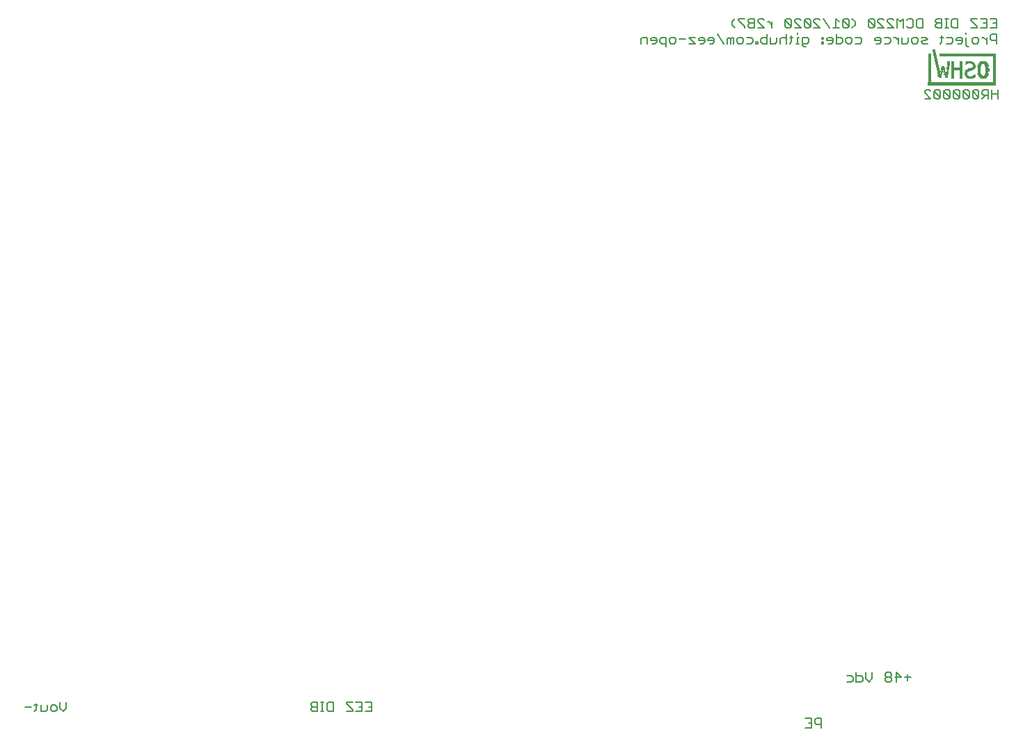
<source format=gbo>
G75*
%MOIN*%
%OFA0B0*%
%FSLAX25Y25*%
%IPPOS*%
%LPD*%
%AMOC8*
5,1,8,0,0,1.08239X$1,22.5*
%
%ADD10C,0.00500*%
%ADD11R,0.32700X0.00300*%
%ADD12R,0.01500X0.00300*%
%ADD13R,0.02700X0.00300*%
%ADD14R,0.03000X0.00300*%
%ADD15R,0.03600X0.00300*%
%ADD16R,0.04200X0.00300*%
%ADD17R,0.04800X0.00300*%
%ADD18R,0.04500X0.00300*%
%ADD19R,0.02100X0.00300*%
%ADD20R,0.01800X0.00300*%
%ADD21R,0.01200X0.00300*%
%ADD22R,0.00600X0.00300*%
%ADD23R,0.00900X0.00300*%
%ADD24R,0.02400X0.00300*%
%ADD25R,0.03300X0.00300*%
%ADD26R,0.05400X0.00300*%
%ADD27R,0.03900X0.00300*%
%ADD28R,0.27000X0.00300*%
%ADD29C,0.00600*%
D10*
X0316824Y0060285D02*
X0319826Y0060285D01*
X0321394Y0061036D02*
X0322896Y0061036D01*
X0322145Y0061787D02*
X0322145Y0058784D01*
X0321394Y0058033D01*
X0324497Y0058033D02*
X0324497Y0061036D01*
X0327499Y0061036D02*
X0327499Y0058784D01*
X0326749Y0058033D01*
X0324497Y0058033D01*
X0329101Y0058784D02*
X0329101Y0060285D01*
X0329852Y0061036D01*
X0331353Y0061036D01*
X0332103Y0060285D01*
X0332103Y0058784D01*
X0331353Y0058033D01*
X0329852Y0058033D01*
X0329101Y0058784D01*
X0333705Y0059535D02*
X0333705Y0062537D01*
X0333705Y0059535D02*
X0335206Y0058033D01*
X0336707Y0059535D01*
X0336707Y0062537D01*
X0453866Y0061787D02*
X0453866Y0061036D01*
X0454617Y0060285D01*
X0456868Y0060285D01*
X0454617Y0060285D02*
X0453866Y0059535D01*
X0453866Y0058784D01*
X0454617Y0058033D01*
X0456868Y0058033D01*
X0456868Y0062537D01*
X0454617Y0062537D01*
X0453866Y0061787D01*
X0458436Y0062537D02*
X0459938Y0062537D01*
X0459187Y0062537D02*
X0459187Y0058033D01*
X0459938Y0058033D02*
X0458436Y0058033D01*
X0461539Y0058784D02*
X0461539Y0061787D01*
X0462290Y0062537D01*
X0464542Y0062537D01*
X0464542Y0058033D01*
X0462290Y0058033D01*
X0461539Y0058784D01*
X0470747Y0058033D02*
X0473749Y0058033D01*
X0473749Y0058784D01*
X0470747Y0061787D01*
X0470747Y0062537D01*
X0473749Y0062537D01*
X0475351Y0062537D02*
X0478353Y0062537D01*
X0478353Y0058033D01*
X0475351Y0058033D01*
X0476852Y0060285D02*
X0478353Y0060285D01*
X0479955Y0058033D02*
X0482957Y0058033D01*
X0482957Y0062537D01*
X0479955Y0062537D01*
X0481456Y0060285D02*
X0482957Y0060285D01*
X0690601Y0054787D02*
X0693603Y0054787D01*
X0693603Y0050283D01*
X0690601Y0050283D01*
X0692102Y0052535D02*
X0693603Y0052535D01*
X0695205Y0052535D02*
X0695955Y0051785D01*
X0698207Y0051785D01*
X0698207Y0050283D02*
X0698207Y0054787D01*
X0695955Y0054787D01*
X0695205Y0054037D01*
X0695205Y0052535D01*
X0710465Y0072268D02*
X0712717Y0072268D01*
X0713468Y0073018D01*
X0713468Y0074520D01*
X0712717Y0075270D01*
X0710465Y0075270D01*
X0715069Y0075270D02*
X0717321Y0075270D01*
X0718072Y0074520D01*
X0718072Y0073018D01*
X0717321Y0072268D01*
X0715069Y0072268D01*
X0715069Y0076772D01*
X0719673Y0076772D02*
X0719673Y0073769D01*
X0721174Y0072268D01*
X0722676Y0073769D01*
X0722676Y0076772D01*
X0728881Y0076021D02*
X0728881Y0075270D01*
X0729631Y0074520D01*
X0731133Y0074520D01*
X0731883Y0075270D01*
X0731883Y0076021D01*
X0731133Y0076772D01*
X0729631Y0076772D01*
X0728881Y0076021D01*
X0729631Y0074520D02*
X0728881Y0073769D01*
X0728881Y0073018D01*
X0729631Y0072268D01*
X0731133Y0072268D01*
X0731883Y0073018D01*
X0731883Y0073769D01*
X0731133Y0074520D01*
X0733485Y0074520D02*
X0736487Y0074520D01*
X0734235Y0076772D01*
X0734235Y0072268D01*
X0738089Y0074520D02*
X0741091Y0074520D01*
X0739590Y0076021D02*
X0739590Y0073018D01*
X0768296Y0376516D02*
X0767545Y0377267D01*
X0767545Y0381020D01*
X0767545Y0382522D02*
X0767545Y0383272D01*
X0765227Y0381020D02*
X0763726Y0381020D01*
X0762975Y0380270D01*
X0762975Y0379519D01*
X0765977Y0379519D01*
X0765977Y0378768D02*
X0765977Y0380270D01*
X0765227Y0381020D01*
X0765977Y0378768D02*
X0765227Y0378018D01*
X0763726Y0378018D01*
X0761374Y0378768D02*
X0761374Y0380270D01*
X0760623Y0381020D01*
X0758371Y0381020D01*
X0756770Y0381020D02*
X0755268Y0381020D01*
X0756019Y0381771D02*
X0756019Y0378768D01*
X0755268Y0378018D01*
X0758371Y0378018D02*
X0760623Y0378018D01*
X0761374Y0378768D01*
X0768296Y0376516D02*
X0769047Y0376516D01*
X0770648Y0378768D02*
X0770648Y0380270D01*
X0771399Y0381020D01*
X0772900Y0381020D01*
X0773651Y0380270D01*
X0773651Y0378768D01*
X0772900Y0378018D01*
X0771399Y0378018D01*
X0770648Y0378768D01*
X0775235Y0381020D02*
X0775986Y0381020D01*
X0777487Y0379519D01*
X0777487Y0378018D02*
X0777487Y0381020D01*
X0779089Y0380270D02*
X0779839Y0379519D01*
X0782091Y0379519D01*
X0782091Y0378018D02*
X0782091Y0382522D01*
X0779839Y0382522D01*
X0779089Y0381771D01*
X0779089Y0380270D01*
X0779089Y0385518D02*
X0782091Y0385518D01*
X0782091Y0390022D01*
X0779089Y0390022D01*
X0777487Y0390022D02*
X0777487Y0385518D01*
X0774485Y0385518D01*
X0772883Y0385518D02*
X0769881Y0385518D01*
X0772883Y0385518D02*
X0772883Y0386268D01*
X0769881Y0389271D01*
X0769881Y0390022D01*
X0772883Y0390022D01*
X0774485Y0390022D02*
X0777487Y0390022D01*
X0777487Y0387770D02*
X0775986Y0387770D01*
X0780590Y0387770D02*
X0782091Y0387770D01*
X0763676Y0390022D02*
X0763676Y0385518D01*
X0761424Y0385518D01*
X0760673Y0386268D01*
X0760673Y0389271D01*
X0761424Y0390022D01*
X0763676Y0390022D01*
X0759072Y0390022D02*
X0757570Y0390022D01*
X0758321Y0390022D02*
X0758321Y0385518D01*
X0759072Y0385518D02*
X0757570Y0385518D01*
X0756002Y0385518D02*
X0753750Y0385518D01*
X0753000Y0386268D01*
X0753000Y0387019D01*
X0753750Y0387770D01*
X0756002Y0387770D01*
X0756002Y0385518D02*
X0756002Y0390022D01*
X0753750Y0390022D01*
X0753000Y0389271D01*
X0753000Y0388520D01*
X0753750Y0387770D01*
X0746794Y0390022D02*
X0746794Y0385518D01*
X0744543Y0385518D01*
X0743792Y0386268D01*
X0743792Y0389271D01*
X0744543Y0390022D01*
X0746794Y0390022D01*
X0742191Y0389271D02*
X0742191Y0386268D01*
X0741440Y0385518D01*
X0739939Y0385518D01*
X0739188Y0386268D01*
X0737587Y0385518D02*
X0737587Y0390022D01*
X0736085Y0388520D01*
X0734584Y0390022D01*
X0734584Y0385518D01*
X0732983Y0385518D02*
X0729980Y0388520D01*
X0729980Y0389271D01*
X0730731Y0390022D01*
X0732232Y0390022D01*
X0732983Y0389271D01*
X0732983Y0385518D02*
X0729980Y0385518D01*
X0728379Y0385518D02*
X0725376Y0388520D01*
X0725376Y0389271D01*
X0726127Y0390022D01*
X0727628Y0390022D01*
X0728379Y0389271D01*
X0728379Y0385518D02*
X0725376Y0385518D01*
X0723775Y0386268D02*
X0720772Y0389271D01*
X0720772Y0386268D01*
X0721523Y0385518D01*
X0723024Y0385518D01*
X0723775Y0386268D01*
X0723775Y0389271D01*
X0723024Y0390022D01*
X0721523Y0390022D01*
X0720772Y0389271D01*
X0714567Y0388520D02*
X0713066Y0390022D01*
X0711498Y0389271D02*
X0710747Y0390022D01*
X0709246Y0390022D01*
X0708495Y0389271D01*
X0711498Y0386268D01*
X0710747Y0385518D01*
X0709246Y0385518D01*
X0708495Y0386268D01*
X0708495Y0389271D01*
X0706894Y0388520D02*
X0705392Y0390022D01*
X0705392Y0385518D01*
X0703891Y0385518D02*
X0706894Y0385518D01*
X0705426Y0382522D02*
X0705426Y0378018D01*
X0707678Y0378018D01*
X0708428Y0378768D01*
X0708428Y0380270D01*
X0707678Y0381020D01*
X0705426Y0381020D01*
X0703824Y0380270D02*
X0703824Y0378768D01*
X0703074Y0378018D01*
X0701573Y0378018D01*
X0700822Y0379519D02*
X0703824Y0379519D01*
X0703824Y0380270D02*
X0703074Y0381020D01*
X0701573Y0381020D01*
X0700822Y0380270D01*
X0700822Y0379519D01*
X0699221Y0378768D02*
X0699221Y0378018D01*
X0698470Y0378018D01*
X0698470Y0378768D01*
X0699221Y0378768D01*
X0699221Y0380270D02*
X0699221Y0381020D01*
X0698470Y0381020D01*
X0698470Y0380270D01*
X0699221Y0380270D01*
X0697686Y0385518D02*
X0694683Y0385518D01*
X0693082Y0386268D02*
X0690079Y0389271D01*
X0690079Y0386268D01*
X0690830Y0385518D01*
X0692331Y0385518D01*
X0693082Y0386268D01*
X0693082Y0389271D01*
X0692331Y0390022D01*
X0690830Y0390022D01*
X0690079Y0389271D01*
X0688478Y0389271D02*
X0687727Y0390022D01*
X0686226Y0390022D01*
X0685476Y0389271D01*
X0685476Y0388520D01*
X0688478Y0385518D01*
X0685476Y0385518D01*
X0683874Y0386268D02*
X0680872Y0389271D01*
X0680872Y0386268D01*
X0681622Y0385518D01*
X0683124Y0385518D01*
X0683874Y0386268D01*
X0683874Y0389271D01*
X0683124Y0390022D01*
X0681622Y0390022D01*
X0680872Y0389271D01*
X0674666Y0388520D02*
X0674666Y0385518D01*
X0674666Y0387019D02*
X0673165Y0388520D01*
X0672414Y0388520D01*
X0670830Y0389271D02*
X0670079Y0390022D01*
X0668578Y0390022D01*
X0667827Y0389271D01*
X0667827Y0388520D01*
X0670830Y0385518D01*
X0667827Y0385518D01*
X0666226Y0385518D02*
X0663974Y0385518D01*
X0663223Y0386268D01*
X0663223Y0387019D01*
X0663974Y0387770D01*
X0666226Y0387770D01*
X0666226Y0385518D02*
X0666226Y0390022D01*
X0663974Y0390022D01*
X0663223Y0389271D01*
X0663223Y0388520D01*
X0663974Y0387770D01*
X0661622Y0386268D02*
X0661622Y0385518D01*
X0661622Y0386268D02*
X0658619Y0389271D01*
X0658619Y0390022D01*
X0661622Y0390022D01*
X0657018Y0390022D02*
X0655517Y0388520D01*
X0655517Y0387019D01*
X0657018Y0385518D01*
X0656251Y0381020D02*
X0655500Y0381020D01*
X0654749Y0380270D01*
X0653999Y0381020D01*
X0653248Y0380270D01*
X0653248Y0378018D01*
X0654749Y0378018D02*
X0654749Y0380270D01*
X0656251Y0381020D02*
X0656251Y0378018D01*
X0657852Y0378768D02*
X0657852Y0380270D01*
X0658603Y0381020D01*
X0660104Y0381020D01*
X0660855Y0380270D01*
X0660855Y0378768D01*
X0660104Y0378018D01*
X0658603Y0378018D01*
X0657852Y0378768D01*
X0662456Y0378018D02*
X0664708Y0378018D01*
X0665458Y0378768D01*
X0665458Y0380270D01*
X0664708Y0381020D01*
X0662456Y0381020D01*
X0667010Y0378768D02*
X0667010Y0378018D01*
X0667760Y0378018D01*
X0667760Y0378768D01*
X0667010Y0378768D01*
X0669362Y0378768D02*
X0669362Y0380270D01*
X0670112Y0381020D01*
X0672364Y0381020D01*
X0672364Y0382522D02*
X0672364Y0378018D01*
X0670112Y0378018D01*
X0669362Y0378768D01*
X0673966Y0378018D02*
X0673966Y0381020D01*
X0676968Y0381020D02*
X0676968Y0378768D01*
X0676218Y0378018D01*
X0673966Y0378018D01*
X0678570Y0378018D02*
X0678570Y0380270D01*
X0679320Y0381020D01*
X0680822Y0381020D01*
X0681572Y0380270D01*
X0683140Y0381020D02*
X0684641Y0381020D01*
X0683891Y0381771D02*
X0683891Y0378768D01*
X0683140Y0378018D01*
X0681572Y0378018D02*
X0681572Y0382522D01*
X0686960Y0382522D02*
X0686960Y0383272D01*
X0686960Y0381020D02*
X0686960Y0378018D01*
X0687711Y0378018D02*
X0686209Y0378018D01*
X0686960Y0381020D02*
X0687711Y0381020D01*
X0689312Y0381020D02*
X0689312Y0377267D01*
X0690063Y0376516D01*
X0690813Y0376516D01*
X0691564Y0378018D02*
X0689312Y0378018D01*
X0691564Y0378018D02*
X0692315Y0378768D01*
X0692315Y0380270D01*
X0691564Y0381020D01*
X0689312Y0381020D01*
X0694683Y0388520D02*
X0697686Y0385518D01*
X0697686Y0389271D02*
X0696935Y0390022D01*
X0695434Y0390022D01*
X0694683Y0389271D01*
X0694683Y0388520D01*
X0699287Y0390022D02*
X0702290Y0385518D01*
X0711498Y0386268D02*
X0711498Y0389271D01*
X0714567Y0388520D02*
X0714567Y0387019D01*
X0713066Y0385518D01*
X0712282Y0381020D02*
X0713032Y0380270D01*
X0713032Y0378768D01*
X0712282Y0378018D01*
X0710780Y0378018D01*
X0710030Y0378768D01*
X0710030Y0380270D01*
X0710780Y0381020D01*
X0712282Y0381020D01*
X0714634Y0381020D02*
X0716886Y0381020D01*
X0717636Y0380270D01*
X0717636Y0378768D01*
X0716886Y0378018D01*
X0714634Y0378018D01*
X0723842Y0379519D02*
X0723842Y0380270D01*
X0724592Y0381020D01*
X0726093Y0381020D01*
X0726844Y0380270D01*
X0726844Y0378768D01*
X0726093Y0378018D01*
X0724592Y0378018D01*
X0723842Y0379519D02*
X0726844Y0379519D01*
X0728445Y0378018D02*
X0730697Y0378018D01*
X0731448Y0378768D01*
X0731448Y0380270D01*
X0730697Y0381020D01*
X0728445Y0381020D01*
X0733033Y0381020D02*
X0733783Y0381020D01*
X0735285Y0379519D01*
X0735285Y0378018D02*
X0735285Y0381020D01*
X0736886Y0381020D02*
X0736886Y0378018D01*
X0739138Y0378018D01*
X0739889Y0378768D01*
X0739889Y0381020D01*
X0741490Y0380270D02*
X0742241Y0381020D01*
X0743742Y0381020D01*
X0744492Y0380270D01*
X0744492Y0378768D01*
X0743742Y0378018D01*
X0742241Y0378018D01*
X0741490Y0378768D01*
X0741490Y0380270D01*
X0746094Y0381020D02*
X0748346Y0381020D01*
X0749096Y0380270D01*
X0748346Y0379519D01*
X0746845Y0379519D01*
X0746094Y0378768D01*
X0746845Y0378018D01*
X0749096Y0378018D01*
X0742191Y0389271D02*
X0741440Y0390022D01*
X0739939Y0390022D01*
X0739188Y0389271D01*
X0651647Y0378018D02*
X0648644Y0382522D01*
X0647043Y0380270D02*
X0647043Y0378768D01*
X0646292Y0378018D01*
X0644791Y0378018D01*
X0644040Y0379519D02*
X0647043Y0379519D01*
X0647043Y0380270D02*
X0646292Y0381020D01*
X0644791Y0381020D01*
X0644040Y0380270D01*
X0644040Y0379519D01*
X0642439Y0379519D02*
X0639436Y0379519D01*
X0639436Y0380270D01*
X0640187Y0381020D01*
X0641688Y0381020D01*
X0642439Y0380270D01*
X0642439Y0378768D01*
X0641688Y0378018D01*
X0640187Y0378018D01*
X0637835Y0378018D02*
X0634832Y0381020D01*
X0637835Y0381020D01*
X0637835Y0378018D02*
X0634832Y0378018D01*
X0633231Y0380270D02*
X0630228Y0380270D01*
X0628627Y0380270D02*
X0628627Y0378768D01*
X0627876Y0378018D01*
X0626375Y0378018D01*
X0625625Y0378768D01*
X0625625Y0380270D01*
X0626375Y0381020D01*
X0627876Y0381020D01*
X0628627Y0380270D01*
X0624023Y0381020D02*
X0621771Y0381020D01*
X0621021Y0380270D01*
X0621021Y0378768D01*
X0621771Y0378018D01*
X0624023Y0378018D01*
X0624023Y0376516D02*
X0624023Y0381020D01*
X0619419Y0380270D02*
X0619419Y0378768D01*
X0618669Y0378018D01*
X0617167Y0378018D01*
X0616417Y0379519D02*
X0619419Y0379519D01*
X0619419Y0380270D02*
X0618669Y0381020D01*
X0617167Y0381020D01*
X0616417Y0380270D01*
X0616417Y0379519D01*
X0614815Y0381020D02*
X0612563Y0381020D01*
X0611813Y0380270D01*
X0611813Y0378018D01*
X0614815Y0378018D02*
X0614815Y0381020D01*
D11*
X0765707Y0359133D03*
X0765707Y0358833D03*
X0765707Y0358533D03*
X0765707Y0358233D03*
X0765707Y0357933D03*
D12*
X0765107Y0361233D03*
X0765107Y0361533D03*
X0765107Y0361833D03*
X0765107Y0362133D03*
X0765107Y0362433D03*
X0765107Y0362733D03*
X0765107Y0363033D03*
X0765107Y0363333D03*
X0765107Y0363633D03*
X0765107Y0363933D03*
X0765107Y0364233D03*
X0765107Y0364533D03*
X0765107Y0364833D03*
X0765107Y0366333D03*
X0765107Y0366633D03*
X0765107Y0366933D03*
X0765107Y0367233D03*
X0765107Y0367533D03*
X0765107Y0367833D03*
X0765107Y0368133D03*
X0765107Y0368433D03*
X0765107Y0368733D03*
X0765107Y0369033D03*
X0761207Y0369033D03*
X0761207Y0368733D03*
X0761207Y0368433D03*
X0761207Y0368133D03*
X0761207Y0367833D03*
X0761207Y0367533D03*
X0761207Y0367233D03*
X0761207Y0366933D03*
X0761207Y0366633D03*
X0761207Y0366333D03*
X0761207Y0364833D03*
X0761207Y0364533D03*
X0761207Y0364233D03*
X0761207Y0363933D03*
X0761207Y0363633D03*
X0761207Y0363333D03*
X0761207Y0363033D03*
X0761207Y0362733D03*
X0761207Y0362433D03*
X0761207Y0362133D03*
X0761207Y0361833D03*
X0761207Y0361533D03*
X0761207Y0361233D03*
X0758207Y0361533D03*
X0758207Y0361833D03*
X0758207Y0362133D03*
X0758207Y0362433D03*
X0755207Y0361833D03*
X0755207Y0361533D03*
X0756707Y0366333D03*
X0756707Y0366633D03*
X0756707Y0366933D03*
X0753707Y0367833D03*
X0750107Y0367833D03*
X0750107Y0367533D03*
X0750107Y0367233D03*
X0750107Y0366933D03*
X0750107Y0366633D03*
X0750107Y0366333D03*
X0750107Y0366033D03*
X0750107Y0365733D03*
X0750107Y0365433D03*
X0750107Y0365133D03*
X0750107Y0364833D03*
X0750107Y0364533D03*
X0750107Y0364233D03*
X0750107Y0363933D03*
X0750107Y0363633D03*
X0750107Y0363333D03*
X0750107Y0363033D03*
X0750107Y0362733D03*
X0750107Y0362433D03*
X0750107Y0362133D03*
X0750107Y0361833D03*
X0750107Y0361533D03*
X0750107Y0361233D03*
X0750107Y0360933D03*
X0750107Y0360633D03*
X0750107Y0360333D03*
X0750107Y0360033D03*
X0750107Y0359733D03*
X0750107Y0359433D03*
X0750107Y0368133D03*
X0750107Y0368433D03*
X0750107Y0368733D03*
X0750107Y0369033D03*
X0750107Y0369333D03*
X0750107Y0369633D03*
X0750107Y0369933D03*
X0750107Y0370233D03*
X0750107Y0370533D03*
X0750107Y0370833D03*
X0750107Y0371133D03*
X0750107Y0371433D03*
X0750107Y0371733D03*
X0750107Y0372033D03*
X0750107Y0372333D03*
X0750107Y0372633D03*
X0750107Y0372933D03*
X0752507Y0373533D03*
X0752807Y0372033D03*
X0767507Y0363933D03*
X0767507Y0363633D03*
X0767507Y0363333D03*
X0767507Y0363033D03*
X0767807Y0362433D03*
X0767807Y0364233D03*
X0771407Y0366633D03*
X0771407Y0366933D03*
X0771407Y0367233D03*
X0771407Y0367533D03*
X0773807Y0366633D03*
X0773807Y0366333D03*
X0773807Y0366033D03*
X0773807Y0365733D03*
X0773807Y0365433D03*
X0773807Y0365133D03*
X0773807Y0364833D03*
X0773807Y0364533D03*
X0773807Y0364233D03*
X0773807Y0363933D03*
X0773807Y0363633D03*
X0777707Y0363633D03*
X0777707Y0363933D03*
X0777707Y0364233D03*
X0777707Y0366033D03*
X0777707Y0366333D03*
X0777707Y0366633D03*
X0775907Y0369333D03*
X0774107Y0367533D03*
X0781307Y0367533D03*
X0781307Y0367233D03*
X0781307Y0366933D03*
X0781307Y0366633D03*
X0781307Y0366333D03*
X0781307Y0366033D03*
X0781307Y0365733D03*
X0781307Y0365433D03*
X0781307Y0365133D03*
X0781307Y0364833D03*
X0781307Y0364533D03*
X0781307Y0364233D03*
X0781307Y0363933D03*
X0781307Y0363633D03*
X0781307Y0363333D03*
X0781307Y0363033D03*
X0781307Y0362733D03*
X0781307Y0362433D03*
X0781307Y0362133D03*
X0781307Y0361833D03*
X0781307Y0361533D03*
X0781307Y0361233D03*
X0781307Y0360933D03*
X0781307Y0360633D03*
X0781307Y0360333D03*
X0781307Y0360033D03*
X0781307Y0359733D03*
X0781307Y0359433D03*
X0781307Y0367833D03*
X0781307Y0368133D03*
X0781307Y0368433D03*
X0781307Y0368733D03*
X0781307Y0369033D03*
X0781307Y0369333D03*
X0781307Y0369633D03*
X0781307Y0369933D03*
X0781307Y0370233D03*
X0781307Y0370533D03*
X0781307Y0370833D03*
X0781307Y0371133D03*
X0781307Y0371433D03*
D13*
X0775907Y0361233D03*
D14*
X0769757Y0361233D03*
X0769157Y0369033D03*
X0775757Y0369033D03*
D15*
X0775757Y0368733D03*
X0769757Y0365433D03*
X0769157Y0365133D03*
X0775757Y0361533D03*
D16*
X0775757Y0361833D03*
X0769757Y0361533D03*
X0769457Y0368433D03*
X0775757Y0368433D03*
D17*
X0775757Y0368133D03*
X0769757Y0361833D03*
D18*
X0775907Y0362133D03*
D19*
X0774407Y0362433D03*
X0771107Y0362133D03*
X0768107Y0362133D03*
X0768107Y0364533D03*
X0770807Y0366033D03*
X0758207Y0363933D03*
X0758207Y0363633D03*
X0758207Y0363333D03*
X0756707Y0365133D03*
X0756707Y0365433D03*
X0755207Y0363333D03*
X0755207Y0363033D03*
D20*
X0755057Y0362733D03*
X0755057Y0362433D03*
X0755057Y0362133D03*
X0758057Y0362733D03*
X0758057Y0363033D03*
X0756557Y0365733D03*
X0756557Y0366033D03*
X0770957Y0368133D03*
X0771257Y0366333D03*
X0773957Y0366933D03*
X0773957Y0367233D03*
X0774257Y0367833D03*
X0777257Y0367833D03*
X0777557Y0367533D03*
X0777557Y0367233D03*
X0777557Y0366933D03*
X0777857Y0365733D03*
X0777857Y0365433D03*
X0777857Y0365133D03*
X0777857Y0364833D03*
X0777857Y0364533D03*
X0777557Y0363333D03*
X0777557Y0363033D03*
X0777557Y0362733D03*
X0777257Y0362433D03*
X0774257Y0362733D03*
X0773957Y0363033D03*
X0773957Y0363333D03*
D21*
X0771557Y0362433D03*
X0767657Y0362733D03*
X0767957Y0368133D03*
X0771257Y0367833D03*
X0759257Y0367833D03*
X0759257Y0367533D03*
X0759257Y0367233D03*
X0758957Y0366633D03*
X0758957Y0366333D03*
X0758957Y0366033D03*
X0758957Y0365733D03*
X0758957Y0365433D03*
X0759257Y0368133D03*
X0759257Y0368433D03*
X0759257Y0368733D03*
X0759257Y0369033D03*
X0755957Y0364533D03*
X0755957Y0364233D03*
X0754457Y0364233D03*
X0754457Y0363933D03*
X0754457Y0363633D03*
X0754457Y0364533D03*
X0754457Y0364833D03*
X0754157Y0365133D03*
X0754157Y0365433D03*
X0754157Y0365733D03*
X0754157Y0366033D03*
X0754157Y0366333D03*
X0753857Y0366633D03*
X0753857Y0366933D03*
X0753857Y0367233D03*
X0753857Y0367533D03*
X0753557Y0368133D03*
X0753557Y0368433D03*
X0753557Y0368733D03*
X0753557Y0369033D03*
X0753257Y0369333D03*
X0753257Y0369633D03*
X0753257Y0369933D03*
X0753257Y0370233D03*
X0753257Y0370533D03*
X0752957Y0370833D03*
X0752957Y0371133D03*
X0752957Y0371433D03*
X0752957Y0371733D03*
X0752657Y0372333D03*
X0752657Y0372633D03*
X0752657Y0372933D03*
X0752657Y0373233D03*
X0752357Y0373833D03*
X0752357Y0374133D03*
X0752357Y0374433D03*
X0752357Y0374733D03*
D22*
X0767657Y0367833D03*
X0771857Y0362733D03*
D23*
X0769307Y0369333D03*
X0759107Y0366933D03*
X0758807Y0365133D03*
X0758807Y0364833D03*
X0758807Y0364533D03*
X0757307Y0364533D03*
X0757307Y0364833D03*
X0756107Y0364833D03*
X0755807Y0363933D03*
X0755807Y0363633D03*
D24*
X0758057Y0364233D03*
D25*
X0768707Y0364833D03*
X0770207Y0365733D03*
D26*
X0763157Y0365733D03*
X0763157Y0365433D03*
X0763157Y0365133D03*
X0763157Y0366033D03*
D27*
X0769307Y0368733D03*
D28*
X0768557Y0371733D03*
X0768557Y0372033D03*
X0768557Y0372333D03*
X0768557Y0372633D03*
X0768557Y0372933D03*
D29*
X0768379Y0355987D02*
X0766911Y0355987D01*
X0766177Y0355253D01*
X0769113Y0352317D01*
X0768379Y0351583D01*
X0766911Y0351583D01*
X0766177Y0352317D01*
X0766177Y0355253D01*
X0764509Y0355253D02*
X0763775Y0355987D01*
X0762307Y0355987D01*
X0761573Y0355253D01*
X0764509Y0352317D01*
X0763775Y0351583D01*
X0762307Y0351583D01*
X0761573Y0352317D01*
X0761573Y0355253D01*
X0759905Y0355253D02*
X0759171Y0355987D01*
X0757703Y0355987D01*
X0756969Y0355253D01*
X0759905Y0352317D01*
X0759171Y0351583D01*
X0757703Y0351583D01*
X0756969Y0352317D01*
X0756969Y0355253D01*
X0755301Y0355253D02*
X0754567Y0355987D01*
X0753099Y0355987D01*
X0752365Y0355253D01*
X0755301Y0352317D01*
X0754567Y0351583D01*
X0753099Y0351583D01*
X0752365Y0352317D01*
X0752365Y0355253D01*
X0750697Y0355253D02*
X0749963Y0355987D01*
X0748495Y0355987D01*
X0747762Y0355253D01*
X0747762Y0354519D01*
X0750697Y0351583D01*
X0747762Y0351583D01*
X0755301Y0352317D02*
X0755301Y0355253D01*
X0759905Y0355253D02*
X0759905Y0352317D01*
X0764509Y0352317D02*
X0764509Y0355253D01*
X0768379Y0355987D02*
X0769113Y0355253D01*
X0769113Y0352317D01*
X0770781Y0352317D02*
X0771515Y0351583D01*
X0772983Y0351583D01*
X0773717Y0352317D01*
X0770781Y0355253D01*
X0770781Y0352317D01*
X0773717Y0352317D02*
X0773717Y0355253D01*
X0772983Y0355987D01*
X0771515Y0355987D01*
X0770781Y0355253D01*
X0775385Y0355253D02*
X0775385Y0353785D01*
X0776119Y0353051D01*
X0778321Y0353051D01*
X0778321Y0351583D02*
X0778321Y0355987D01*
X0776119Y0355987D01*
X0775385Y0355253D01*
X0776853Y0353051D02*
X0775385Y0351583D01*
X0779989Y0351583D02*
X0779989Y0355987D01*
X0779989Y0353785D02*
X0782925Y0353785D01*
X0782925Y0351583D02*
X0782925Y0355987D01*
M02*

</source>
